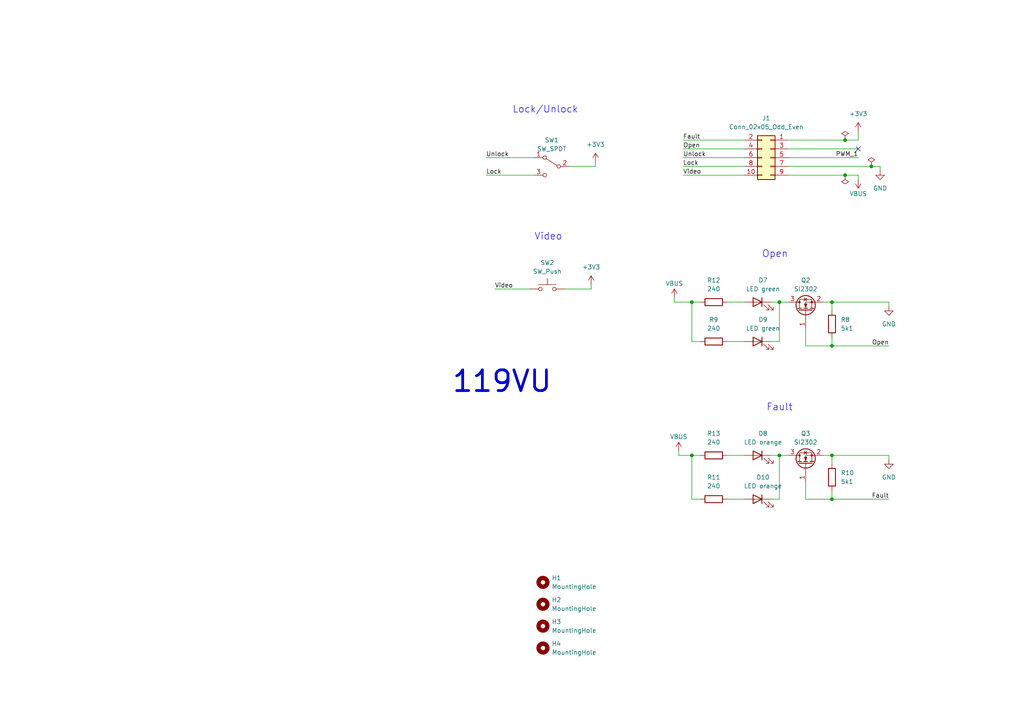
<source format=kicad_sch>
(kicad_sch (version 20231120) (generator "eeschema") (generator_version "8.0")
  (paper "A4")
  (lib_symbols
    (symbol "Connector_Generic:Conn_02x05_Odd_Even" (pin_names (offset 1.016) hide)
      (property "Reference" "J" (at 1.27 7.62 0))
      (property "Value" "Conn_02x05_Odd_Even" (at 1.27 -7.62 0))
      (symbol "Conn_02x05_Odd_Even_1_1"
        (rectangle (start -1.27 -4.953) (end 0 -5.207) (stroke (width 0.1524)))
        (rectangle (start -1.27 -2.413) (end 0 -2.667) (stroke (width 0.1524)))
        (rectangle (start -1.27 0.127) (end 0 -0.127) (stroke (width 0.1524)))
        (rectangle (start -1.27 2.667) (end 0 2.413) (stroke (width 0.1524)))
        (rectangle (start -1.27 5.207) (end 0 4.953) (stroke (width 0.1524)))
        (rectangle (start -1.27 6.35) (end 3.81 -6.35) (stroke (width 0.254)) (fill (type background)))
        (rectangle (start 3.81 -4.953) (end 2.54 -5.207) (stroke (width 0.1524)))
        (rectangle (start 3.81 -2.413) (end 2.54 -2.667) (stroke (width 0.1524)))
        (rectangle (start 3.81 0.127) (end 2.54 -0.127) (stroke (width 0.1524)))
        (rectangle (start 3.81 2.667) (end 2.54 2.413) (stroke (width 0.1524)))
        (rectangle (start 3.81 5.207) (end 2.54 4.953) (stroke (width 0.1524)))
        (pin passive line (at -5.08 5.08 0) (length 3.81) (name "Pin_1") (number "1"))
        (pin passive line (at 7.62 -5.08 180) (length 3.81) (name "Pin_10") (number "10"))
        (pin passive line (at 7.62 5.08 180) (length 3.81) (name "Pin_2") (number "2"))
        (pin passive line (at -5.08 2.54 0) (length 3.81) (name "Pin_3") (number "3"))
        (pin passive line (at 7.62 2.54 180) (length 3.81) (name "Pin_4") (number "4"))
        (pin passive line (at -5.08 0 0) (length 3.81) (name "Pin_5") (number "5"))
        (pin passive line (at 7.62 0 180) (length 3.81) (name "Pin_6") (number "6"))
        (pin passive line (at -5.08 -2.54 0) (length 3.81) (name "Pin_7") (number "7"))
        (pin passive line (at 7.62 -2.54 180) (length 3.81) (name "Pin_8") (number "8"))
        (pin passive line (at -5.08 -5.08 0) (length 3.81) (name "Pin_9") (number "9"))
      )
    )
    (symbol "Device:LED" (pin_numbers hide) (pin_names (offset 1.016) hide)
      (property "Reference" "D" (at 0 2.54 0))
      (property "Value" "LED" (at 0 -2.54 0))
      (symbol "LED_0_1"
        (polyline (pts (xy -1.27 -1.27) (xy -1.27 1.27)) (stroke (width 0.254)))
        (polyline (pts (xy -1.27 0) (xy 1.27 0)))
        (polyline (pts (xy 1.27 -1.27) (xy 1.27 1.27) (xy -1.27 0) (xy 1.27 -1.27)) (stroke (width 0.254)))
        (polyline (pts (xy -3.048 -0.762) (xy -4.572 -2.286) (xy -3.81 -2.286) (xy -4.572 -2.286) (xy -4.572 -1.524)))
        (polyline (pts (xy -1.778 -0.762) (xy -3.302 -2.286) (xy -2.54 -2.286) (xy -3.302 -2.286) (xy -3.302 -1.524)))
      )
      (symbol "LED_1_1"
        (pin passive line (at -3.81 0 0) (length 2.54) (name "K") (number "1"))
        (pin passive line (at 3.81 0 180) (length 2.54) (name "A") (number "2"))
      )
    )
    (symbol "Device:R" (pin_numbers hide) (pin_names (offset 0))
      (property "Reference" "R" (at 2.032 0 90))
      (property "Value" "R" (at 0 0 90))
      (symbol "R_0_1"
        (rectangle (start -1.016 -2.54) (end 1.016 2.54) (stroke (width 0.254)))
      )
      (symbol "R_1_1"
        (pin passive line (at 0 3.81 270) (length 1.27) (name "~") (number "1"))
        (pin passive line (at 0 -3.81 90) (length 1.27) (name "~") (number "2"))
      )
    )
    (symbol "Mechanical:MountingHole" (pin_names (offset 1.016))
      (property "Reference" "H" (at 0 5.08 0))
      (property "Value" "MountingHole" (at 0 3.175 0))
      (symbol "MountingHole_0_1"
        (circle (center 0 0) (radius 1.27) (stroke (width 1.27)))
      )
    )
    (symbol "Switch:SW_Push" (pin_numbers hide) (pin_names (offset 1.016) hide)
      (property "Reference" "SW" (at 1.27 2.54 0))
      (property "Value" "SW_Push" (at 0 -1.524 0))
      (symbol "SW_Push_0_1"
        (circle (center -2.032 0) (radius 0.508))
        (polyline (pts (xy 0 1.27) (xy 0 3.048)))
        (polyline (pts (xy 2.54 1.27) (xy -2.54 1.27)))
        (circle (center 2.032 0) (radius 0.508))
        (pin passive line (at -5.08 0 0) (length 2.54) (name "1") (number "1"))
        (pin passive line (at 5.08 0 180) (length 2.54) (name "2") (number "2"))
      )
    )
    (symbol "Switch:SW_SPDT" (pin_names (offset 0) hide)
      (property "Reference" "SW" (at 0 4.318 0))
      (property "Value" "SW_SPDT" (at 0 -5.08 0))
      (symbol "SW_SPDT_0_0"
        (circle (center -2.032 0) (radius 0.508))
        (circle (center 2.032 -2.54) (radius 0.508))
      )
      (symbol "SW_SPDT_0_1"
        (polyline (pts (xy -1.524 0.254) (xy 1.651 2.286)))
        (circle (center 2.032 2.54) (radius 0.508))
      )
      (symbol "SW_SPDT_1_1"
        (pin passive line (at 5.08 2.54 180) (length 2.54) (name "A") (number "1"))
        (pin passive line (at -5.08 0 0) (length 2.54) (name "B") (number "2"))
        (pin passive line (at 5.08 -2.54 180) (length 2.54) (name "C") (number "3"))
      )
    )
    (symbol "Transistor_FET:2N7002K" (pin_names hide)
      (property "Reference" "Q" (at 5.08 1.905 0))
      (property "Value" "2N7002K" (at 5.08 0 0))
      (symbol "2N7002K_0_1"
        (polyline (pts (xy 0.254 0) (xy -2.54 0)))
        (polyline (pts (xy 0.254 1.905) (xy 0.254 -1.905)) (stroke (width 0.254)))
        (polyline (pts (xy 0.762 -1.27) (xy 0.762 -2.286)) (stroke (width 0.254)))
        (polyline (pts (xy 0.762 0.508) (xy 0.762 -0.508)) (stroke (width 0.254)))
        (polyline (pts (xy 0.762 2.286) (xy 0.762 1.27)) (stroke (width 0.254)))
        (polyline (pts (xy 2.54 2.54) (xy 2.54 1.778)))
        (polyline (pts (xy 2.54 -2.54) (xy 2.54 0) (xy 0.762 0)))
        (polyline (pts (xy 0.762 -1.778) (xy 3.302 -1.778) (xy 3.302 1.778) (xy 0.762 1.778)))
        (polyline (pts (xy 1.016 0) (xy 2.032 0.381) (xy 2.032 -0.381) (xy 1.016 0)) (fill (type outline)))
        (polyline (pts (xy 2.794 0.508) (xy 2.921 0.381) (xy 3.683 0.381) (xy 3.81 0.254)))
        (polyline (pts (xy 3.302 0.381) (xy 2.921 -0.254) (xy 3.683 -0.254) (xy 3.302 0.381)))
        (circle (center 1.651 0) (radius 2.794) (stroke (width 0.254)))
        (circle (center 2.54 -1.778) (radius 0.254) (fill (type outline)))
        (circle (center 2.54 1.778) (radius 0.254) (fill (type outline)))
      )
      (symbol "2N7002K_1_1"
        (pin input line (at -5.08 0 0) (length 2.54) (name "G") (number "1"))
        (pin passive line (at 2.54 -5.08 90) (length 2.54) (name "S") (number "2"))
        (pin passive line (at 2.54 5.08 270) (length 2.54) (name "D") (number "3"))
      )
    )
    (symbol "power:+3V3" (power) (pin_names (offset 0))
      (property "Value" "+3V3" (at 0 3.556 0))
      (symbol "+3V3_0_1"
        (polyline (pts (xy -0.762 1.27) (xy 0 2.54)))
        (polyline (pts (xy 0 0) (xy 0 2.54)))
        (polyline (pts (xy 0 2.54) (xy 0.762 1.27)))
      )
      (symbol "+3V3_1_1"
        (pin power_in line (at 0 0 90) (length 0) hide (name "+3V3") (number "1"))
      )
    )
    (symbol "power:GND" (power) (pin_names (offset 0))
      (property "Value" "GND" (at 0 -3.81 0))
      (symbol "GND_0_1"
        (polyline (pts (xy 0 0) (xy 0 -1.27) (xy 1.27 -1.27) (xy 0 -2.54) (xy -1.27 -1.27) (xy 0 -1.27)))
      )
      (symbol "GND_1_1"
        (pin power_in line (at 0 0 270) (length 0) hide (name "GND") (number "1"))
      )
    )
    (symbol "power:PWR_FLAG" (power) (pin_numbers hide) (pin_names (offset 0) hide)
      (property "Value" "PWR_FLAG" (at 0 3.81 0))
      (symbol "PWR_FLAG_0_0"
        (pin power_out line (at 0 0 90) (length 0) (name "pwr") (number "1"))
      )
      (symbol "PWR_FLAG_0_1"
        (polyline (pts (xy 0 0) (xy 0 1.27) (xy -1.016 1.905) (xy 0 2.54) (xy 1.016 1.905) (xy 0 1.27)))
      )
    )
    (symbol "power:VBUS" (power) (pin_names (offset 0))
      (property "Value" "VBUS" (at 0 3.81 0))
      (symbol "VBUS_0_1"
        (polyline (pts (xy -0.762 1.27) (xy 0 2.54)))
        (polyline (pts (xy 0 0) (xy 0 2.54)))
        (polyline (pts (xy 0 2.54) (xy 0.762 1.27)))
      )
      (symbol "VBUS_1_1"
        (pin power_in line (at 0 0 90) (length 0) hide (name "VBUS") (number "1"))
      )
    )
  )
  (junction (at 241.3 132.08))
  (junction (at 226.06 132.08))
  (junction (at 241.3 100.33))
  (junction (at 200.66 87.63))
  (junction (at 241.3 144.78))
  (junction (at 241.3 87.63))
  (junction (at 245.11 50.8))
  (junction (at 252.73 48.26))
  (junction (at 245.11 40.64))
  (junction (at 226.06 87.63))
  (junction (at 200.66 132.08))
  (no_connect (at 248.92 43.18))
  (wire (pts (xy 241.3 144.78) (xy 257.81 144.78)))
  (wire (pts (xy 257.81 133.35) (xy 257.81 132.08)))
  (wire (pts (xy 140.97 50.8) (xy 154.94 50.8)))
  (wire (pts (xy 196.85 132.08) (xy 200.66 132.08)))
  (wire (pts (xy 165.1 48.26) (xy 172.72 48.26)))
  (wire (pts (xy 241.3 87.63) (xy 241.3 90.17)))
  (wire (pts (xy 233.68 139.7) (xy 233.68 144.78)))
  (wire (pts (xy 210.82 132.08) (xy 215.9 132.08)))
  (wire (pts (xy 198.12 40.64) (xy 215.9 40.64)))
  (wire (pts (xy 233.68 95.25) (xy 233.68 100.33)))
  (wire (pts (xy 248.92 38.1) (xy 248.92 40.64)))
  (wire (pts (xy 241.3 100.33) (xy 257.81 100.33)))
  (wire (pts (xy 226.06 87.63) (xy 228.6 87.63)))
  (wire (pts (xy 198.12 50.8) (xy 215.9 50.8)))
  (wire (pts (xy 226.06 87.63) (xy 226.06 99.06)))
  (wire (pts (xy 140.97 45.72) (xy 154.94 45.72)))
  (wire (pts (xy 238.76 87.63) (xy 241.3 87.63)))
  (wire (pts (xy 210.82 87.63) (xy 215.9 87.63)))
  (wire (pts (xy 245.11 50.8) (xy 248.92 50.8)))
  (wire (pts (xy 210.82 99.06) (xy 215.9 99.06)))
  (wire (pts (xy 223.52 87.63) (xy 226.06 87.63)))
  (wire (pts (xy 228.6 48.26) (xy 252.73 48.26)))
  (wire (pts (xy 172.72 46.99) (xy 172.72 48.26)))
  (wire (pts (xy 226.06 132.08) (xy 228.6 132.08)))
  (wire (pts (xy 228.6 50.8) (xy 245.11 50.8)))
  (wire (pts (xy 255.27 48.26) (xy 255.27 49.53)))
  (wire (pts (xy 163.83 83.82) (xy 171.45 83.82)))
  (wire (pts (xy 200.66 132.08) (xy 203.2 132.08)))
  (wire (pts (xy 223.52 144.78) (xy 226.06 144.78)))
  (wire (pts (xy 200.66 87.63) (xy 203.2 87.63)))
  (wire (pts (xy 248.92 52.07) (xy 248.92 50.8)))
  (wire (pts (xy 238.76 132.08) (xy 241.3 132.08)))
  (wire (pts (xy 228.6 45.72) (xy 248.92 45.72)))
  (wire (pts (xy 257.81 87.63) (xy 241.3 87.63)))
  (wire (pts (xy 228.6 43.18) (xy 248.92 43.18)))
  (wire (pts (xy 198.12 48.26) (xy 215.9 48.26)))
  (wire (pts (xy 257.81 88.9) (xy 257.81 87.63)))
  (wire (pts (xy 226.06 144.78) (xy 226.06 132.08)))
  (wire (pts (xy 198.12 45.72) (xy 215.9 45.72)))
  (wire (pts (xy 223.52 99.06) (xy 226.06 99.06)))
  (wire (pts (xy 257.81 132.08) (xy 241.3 132.08)))
  (wire (pts (xy 228.6 40.64) (xy 245.11 40.64)))
  (wire (pts (xy 252.73 48.26) (xy 255.27 48.26)))
  (wire (pts (xy 245.11 40.64) (xy 248.92 40.64)))
  (wire (pts (xy 210.82 144.78) (xy 215.9 144.78)))
  (wire (pts (xy 233.68 100.33) (xy 241.3 100.33)))
  (wire (pts (xy 203.2 144.78) (xy 200.66 144.78)))
  (wire (pts (xy 196.85 132.08) (xy 196.85 130.81)))
  (wire (pts (xy 203.2 99.06) (xy 200.66 99.06)))
  (wire (pts (xy 171.45 82.55) (xy 171.45 83.82)))
  (wire (pts (xy 233.68 144.78) (xy 241.3 144.78)))
  (wire (pts (xy 241.3 142.24) (xy 241.3 144.78)))
  (wire (pts (xy 223.52 132.08) (xy 226.06 132.08)))
  (wire (pts (xy 195.58 87.63) (xy 200.66 87.63)))
  (wire (pts (xy 241.3 132.08) (xy 241.3 134.62)))
  (wire (pts (xy 143.51 83.82) (xy 153.67 83.82)))
  (wire (pts (xy 195.58 87.63) (xy 195.58 86.36)))
  (wire (pts (xy 200.66 144.78) (xy 200.66 132.08)))
  (wire (pts (xy 198.12 43.18) (xy 215.9 43.18)))
  (wire (pts (xy 200.66 99.06) (xy 200.66 87.63)))
  (wire (pts (xy 241.3 97.79) (xy 241.3 100.33)))
  (text "Video" (at 154.94 69.85 0) (effects (font (size 2 2)) (justify left bottom)))
  (text "Fault" (at 222.25 119.38 0) (effects (font (size 2 2)) (justify left bottom)))
  (text "119VU" (at 130.81 114.3 0) (effects (font (size 6 6) (thickness 0.8) (bold yes)) (justify left bottom)))
  (text "Lock/Unlock" (at 148.59 33.02 0) (effects (font (size 2 2)) (justify left bottom)))
  (text "Open" (at 220.98 74.93 0) (effects (font (size 2 2)) (justify left bottom)))
  (label "Video" (at 143.51 83.82 0))
  (label "Lock" (at 140.97 50.8 0))
  (label "Open" (at 198.12 43.18 0))
  (label "Fault" (at 198.12 40.64 0))
  (label "Open" (at 257.81 100.33 180))
  (label "PWM_1" (at 248.92 45.72 180))
  (label "Unlock" (at 198.12 45.72 0))
  (label "Lock" (at 198.12 48.26 0))
  (label "Fault" (at 257.81 144.78 180))
  (label "Video" (at 198.12 50.8 0))
  (label "Unlock" (at 140.97 45.72 0))
  (symbol (lib_id "power:VBUS") (at 196.85 130.81 0) (unit 1)
    (property "Reference" "#PWR05" (effects (hide yes)))
    (property "Value" "VBUS" (at 196.85 126.6769 0))
  )
  (symbol (lib_id "power:PWR_FLAG") (at 252.73 48.26 0) (unit 1)
    (property "Reference" "#FLG03" (effects (hide yes)))
    (property "Value" "PWR_FLAG" (effects (hide yes)))
  )
  (symbol (lib_id "Transistor_FET:2N7002K") (at 233.68 134.62 90) (unit 1)
    (property "Reference" "Q3" (at 233.68 125.73 90))
    (property "Value" "SI2302" (at 233.68 128.27 90))
    (property "Footprint" "Package_TO_SOT_SMD:SOT-23-3" (effects (hide yes)))
    (property "Datasheet" "https://www.lcsc.com/datasheet/lcsc_datasheet_2109011130_YONGYUTAI-SI2302_C2891732.pdf" (effects (hide yes)))
    (property "Manufracturer" "YONGYUTAI" (effects (hide yes)))
    (property "Manufracturer Part Number" "SI2302" (effects (hide yes)))
    (property "JLCPCB Part" "C2891732" (effects (hide yes)))
  )
  (symbol (lib_id "Mechanical:MountingHole") (at 157.48 181.61 0) (unit 1) (in_bom no)
    (property "Reference" "H3" (at 160.02 180.34 0) (effects (justify left)))
    (property "Value" "MountingHole" (at 160.02 182.88 0) (effects (justify left)))
    (property "Footprint" "MountingHole:MountingHole_2.2mm_M2" (effects (hide yes)))
  )
  (symbol (lib_id "Mechanical:MountingHole") (at 157.48 175.26 0) (unit 1) (in_bom no)
    (property "Reference" "H2" (at 160.02 173.99 0) (effects (justify left)))
    (property "Value" "MountingHole" (at 160.02 176.53 0) (effects (justify left)))
    (property "Footprint" "MountingHole:MountingHole_2.2mm_M2" (effects (hide yes)))
  )
  (symbol (lib_id "power:+3V3") (at 248.92 38.1 0) (unit 1)
    (property "Reference" "#PWR014" (effects (hide yes)))
    (property "Value" "+3V3" (at 248.92 33.02 0))
  )
  (symbol (lib_id "power:+3V3") (at 171.45 82.55 0) (unit 1)
    (property "Reference" "#PWR013" (effects (hide yes)))
    (property "Value" "+3V3" (at 171.45 77.47 0))
  )
  (symbol (lib_id "Mechanical:MountingHole") (at 157.48 187.96 0) (unit 1) (in_bom no)
    (property "Reference" "H4" (at 160.02 186.69 0) (effects (justify left)))
    (property "Value" "MountingHole" (at 160.02 189.23 0) (effects (justify left)))
    (property "Footprint" "MountingHole:MountingHole_2.2mm_M2" (effects (hide yes)))
  )
  (symbol (lib_id "Switch:SW_SPDT") (at 160.02 48.26 0) (mirror y) (unit 1)
    (property "Reference" "SW1" (at 160.02 40.64 0))
    (property "Value" "SW_SPDT" (at 160.02 43.18 0))
    (property "Footprint" "NiasStuff:SW_SPDT_YUEN-FUNG_ST-0-103-A01-T000-RS" (effects (hide yes)))
    (property "Datasheet" "https://datasheet.lcsc.com/lcsc/2307200931_YUEN-FUNG-ST-0-103-A01-T000-RS_C1788488.pdf" (effects (hide yes)))
    (property "JLCPCB Part" "C1788488" (effects (hide yes)))
    (property "Manufracturer" "YUEN FUNG" (effects (hide yes)))
    (property "Manufracturer Part Number" "ST-0-103-A01-T000-RS" (effects (hide yes)))
  )
  (symbol (lib_id "Device:R") (at 207.01 99.06 90) (unit 1)
    (property "Reference" "R9" (at 207.01 92.71 90))
    (property "Value" "240" (at 207.01 95.25 90))
    (property "Footprint" "Resistor_SMD:R_0805_2012Metric" (effects (hide yes)))
    (property "Datasheet" "https://www.lcsc.com/datasheet/lcsc_datasheet_2206010200_UNI-ROYAL-Uniroyal-Elec-0805W8F2400T5E_C17572.pdf" (effects (hide yes)))
    (property "JLCPCB Part" "C17572" (effects (hide yes)))
    (property "Manufracturer" "UNI-ROYAL(Uniroyal Elec)" (effects (hide yes)))
    (property "Manufracturer Part Number" "0805W8F2400T5E" (effects (hide yes)))
  )
  (symbol (lib_id "power:PWR_FLAG") (at 245.11 40.64 0) (unit 1)
    (property "Reference" "#FLG01" (effects (hide yes)))
    (property "Value" "PWR_FLAG" (effects (hide yes)))
  )
  (symbol (lib_id "Device:LED") (at 219.71 99.06 0) (mirror y) (unit 1)
    (property "Reference" "D9" (at 221.2975 92.71 0))
    (property "Value" "LED green" (at 221.2975 95.25 0))
    (property "Footprint" "LED_SMD:LED_0805_2012Metric" (effects (hide yes)))
    (property "Datasheet" "https://www.lcsc.com/datasheet/lcsc_datasheet_2402181505_XINGLIGHT-XL-2012SYGC_C965816.pdf" (effects (hide yes)))
    (property "JLCPCB Part" "C965816" (effects (hide yes)))
    (property "Manufracturer" "XINGLIGHT" (effects (hide yes)))
    (property "Manufracturer Part Number" "XL-2012SYGC" (effects (hide yes)))
  )
  (symbol (lib_id "Device:R") (at 207.01 87.63 90) (unit 1)
    (property "Reference" "R12" (at 207.01 81.28 90))
    (property "Value" "240" (at 207.01 83.82 90))
    (property "Footprint" "Resistor_SMD:R_0805_2012Metric" (effects (hide yes)))
    (property "Datasheet" "https://www.lcsc.com/datasheet/lcsc_datasheet_2206010200_UNI-ROYAL-Uniroyal-Elec-0805W8F2400T5E_C17572.pdf" (effects (hide yes)))
    (property "JLCPCB Part" "C17572" (effects (hide yes)))
    (property "Manufracturer" "UNI-ROYAL(Uniroyal Elec)" (effects (hide yes)))
    (property "Manufracturer Part Number" "0805W8F2400T5E" (effects (hide yes)))
  )
  (symbol (lib_id "Connector_Generic:Conn_02x05_Odd_Even") (at 223.52 45.72 0) (mirror y) (unit 1)
    (property "Reference" "J1" (at 222.25 34.29 0))
    (property "Value" "Conn_02x05_Odd_Even" (at 222.25 36.83 0))
    (property "Footprint" "Connector_IDC:IDC-Header_2x05_P2.54mm_Vertical" (effects (hide yes)))
    (property "Datasheet" "https://www.lcsc.com/datasheet/lcsc_datasheet_1810281612_BOOMELE-Boom-Precision-Elec-2-54-2-5P_C5665.pdf" (effects (hide yes)))
    (property "JLCPCB Part" "C5665" (effects (hide yes)))
    (property "Manufracturer" "BOOMELE(Boom Precision Elec)" (effects (hide yes)))
    (property "Manufracturer Part Number" "2.54-2*5P" (effects (hide yes)))
  )
  (symbol (lib_id "power:PWR_FLAG") (at 245.11 50.8 180) (unit 1)
    (property "Reference" "#FLG02" (effects (hide yes)))
    (property "Value" "PWR_FLAG" (effects (hide yes)))
  )
  (symbol (lib_id "Device:R") (at 241.3 93.98 180) (unit 1)
    (property "Reference" "R8" (at 243.84 92.71 0) (effects (justify right)))
    (property "Value" "5k1" (at 243.84 95.25 0) (effects (justify right)))
    (property "Footprint" "Resistor_SMD:R_0603_1608Metric" (effects (hide yes)))
    (property "Datasheet" "https://www.lcsc.com/datasheet/lcsc_datasheet_2206010116_UNI-ROYAL-Uniroyal-Elec-0603WAF5101T5E_C23186.pdf" (effects (hide yes)))
    (property "JLCPCB Part" "C23186" (effects (hide yes)))
    (property "Manufracturer" "UNI-ROYAL(Uniroyal Elec)" (effects (hide yes)))
    (property "Manufracturer Part Number" "0603WAF5101T5E" (effects (hide yes)))
  )
  (symbol (lib_id "power:GND") (at 257.81 133.35 0) (unit 1)
    (property "Reference" "#PWR06" (effects (hide yes)))
    (property "Value" "GND" (at 257.81 138.43 0))
  )
  (symbol (lib_id "Device:LED") (at 219.71 144.78 0) (mirror y) (unit 1)
    (property "Reference" "D10" (at 221.2975 138.43 0))
    (property "Value" "LED orange" (at 221.2975 140.97 0))
    (property "Footprint" "LED_SMD:LED_0603_1608Metric" (effects (hide yes)))
    (property "Datasheet" "https://datasheet.lcsc.com/lcsc/1810201530_BrtLed-Bright-LED-Elec-BL-HKC36G-AV-TRB_C165981.pdf" (effects (hide yes)))
    (property "JLCPCB Part" "C165981" (effects (hide yes)))
    (property "Manufracturer" "BrtLed(Bright LED Elec)" (effects (hide yes)))
    (property "Manufracturer Part Number" "BL-HKC36G-AV-TRB" (effects (hide yes)))
  )
  (symbol (lib_id "power:GND") (at 255.27 49.53 0) (unit 1)
    (property "Reference" "#PWR016" (effects (hide yes)))
    (property "Value" "GND" (at 255.27 54.61 0))
  )
  (symbol (lib_id "power:GND") (at 257.81 88.9 0) (unit 1)
    (property "Reference" "#PWR03" (effects (hide yes)))
    (property "Value" "GND" (at 257.81 93.98 0))
  )
  (symbol (lib_id "Device:R") (at 241.3 138.43 180) (unit 1)
    (property "Reference" "R10" (at 243.84 137.16 0) (effects (justify right)))
    (property "Value" "5k1" (at 243.84 139.7 0) (effects (justify right)))
    (property "Footprint" "Resistor_SMD:R_0603_1608Metric" (effects (hide yes)))
    (property "Datasheet" "https://www.lcsc.com/datasheet/lcsc_datasheet_2206010116_UNI-ROYAL-Uniroyal-Elec-0603WAF5101T5E_C23186.pdf" (effects (hide yes)))
    (property "JLCPCB Part" "C23186" (effects (hide yes)))
    (property "Manufracturer" "UNI-ROYAL(Uniroyal Elec)" (effects (hide yes)))
    (property "Manufracturer Part Number" "0603WAF5101T5E" (effects (hide yes)))
  )
  (symbol (lib_id "Switch:SW_Push") (at 158.75 83.82 0) (unit 1)
    (property "Reference" "SW2" (at 158.75 76.2 0))
    (property "Value" "SW_Push" (at 158.75 78.74 0))
    (property "Footprint" "Button_Switch_SMD:SW_Push_1TS009xxxx-xxxx-xxxx_6x6x5mm" (effects (hide yes)))
    (property "Datasheet" "https://www.lcsc.com/datasheet/lcsc_datasheet_1811151231_HYP--Hongyuan-Precision-1TS009A-1800-5000-CT_C319409.pdf" (effects (hide yes)))
    (property "JLCPCB Part" "C319409" (effects (hide yes)))
    (property "Manufracturer" "HYP (Hongyuan Precision)" (effects (hide yes)))
    (property "Manufracturer Part Number" "1TS009A-1800-5000-CT" (effects (hide yes)))
  )
  (symbol (lib_id "Transistor_FET:2N7002K") (at 233.68 90.17 90) (unit 1)
    (property "Reference" "Q2" (at 233.68 81.28 90))
    (property "Value" "SI2302" (at 233.68 83.82 90))
    (property "Footprint" "Package_TO_SOT_SMD:SOT-23-3" (effects (hide yes)))
    (property "Datasheet" "https://www.lcsc.com/datasheet/lcsc_datasheet_2109011130_YONGYUTAI-SI2302_C2891732.pdf" (effects (hide yes)))
    (property "Manufracturer" "YONGYUTAI" (effects (hide yes)))
    (property "Manufracturer Part Number" "SI2302" (effects (hide yes)))
    (property "JLCPCB Part" "C2891732" (effects (hide yes)))
  )
  (symbol (lib_id "Mechanical:MountingHole") (at 157.48 168.91 0) (unit 1) (in_bom no)
    (property "Reference" "H1" (at 160.02 167.64 0) (effects (justify left)))
    (property "Value" "MountingHole" (at 160.02 170.18 0) (effects (justify left)))
    (property "Footprint" "MountingHole:MountingHole_2.2mm_M2" (effects (hide yes)))
  )
  (symbol (lib_id "power:+3V3") (at 172.72 46.99 0) (unit 1)
    (property "Reference" "#PWR019" (effects (hide yes)))
    (property "Value" "+3V3" (at 172.72 41.91 0))
  )
  (symbol (lib_id "Device:LED") (at 219.71 132.08 0) (mirror y) (unit 1)
    (property "Reference" "D8" (at 221.2975 125.73 0))
    (property "Value" "LED orange" (at 221.2975 128.27 0))
    (property "Footprint" "LED_SMD:LED_0603_1608Metric" (effects (hide yes)))
    (property "Datasheet" "https://datasheet.lcsc.com/lcsc/1810201530_BrtLed-Bright-LED-Elec-BL-HKC36G-AV-TRB_C165981.pdf" (effects (hide yes)))
    (property "JLCPCB Part" "C165981" (effects (hide yes)))
    (property "Manufracturer" "BrtLed(Bright LED Elec)" (effects (hide yes)))
    (property "Manufracturer Part Number" "BL-HKC36G-AV-TRB" (effects (hide yes)))
  )
  (symbol (lib_id "power:VBUS") (at 248.92 52.07 180) (unit 1)
    (property "Reference" "#PWR015" (effects (hide yes)))
    (property "Value" "VBUS" (at 248.92 56.2031 0))
  )
  (symbol (lib_id "Device:R") (at 207.01 132.08 90) (unit 1)
    (property "Reference" "R13" (at 207.01 125.73 90))
    (property "Value" "240" (at 207.01 128.27 90))
    (property "Footprint" "Resistor_SMD:R_0805_2012Metric" (effects (hide yes)))
    (property "Datasheet" "https://www.lcsc.com/datasheet/lcsc_datasheet_2206010200_UNI-ROYAL-Uniroyal-Elec-0805W8F2400T5E_C17572.pdf" (effects (hide yes)))
    (property "JLCPCB Part" "C17572" (effects (hide yes)))
    (property "Manufracturer" "UNI-ROYAL(Uniroyal Elec)" (effects (hide yes)))
    (property "Manufracturer Part Number" "0805W8F2400T5E" (effects (hide yes)))
  )
  (symbol (lib_id "Device:R") (at 207.01 144.78 90) (unit 1)
    (property "Reference" "R11" (at 207.01 138.43 90))
    (property "Value" "240" (at 207.01 140.97 90))
    (property "Footprint" "Resistor_SMD:R_0805_2012Metric" (effects (hide yes)))
    (property "Datasheet" "https://www.lcsc.com/datasheet/lcsc_datasheet_2206010200_UNI-ROYAL-Uniroyal-Elec-0805W8F2400T5E_C17572.pdf" (effects (hide yes)))
    (property "JLCPCB Part" "C17572" (effects (hide yes)))
    (property "Manufracturer" "UNI-ROYAL(Uniroyal Elec)" (effects (hide yes)))
    (property "Manufracturer Part Number" "0805W8F2400T5E" (effects (hide yes)))
  )
  (symbol (lib_id "power:VBUS") (at 195.58 86.36 0) (unit 1)
    (property "Reference" "#PWR04" (effects (hide yes)))
    (property "Value" "VBUS" (at 195.58 82.2269 0))
  )
  (symbol (lib_id "Device:LED") (at 219.71 87.63 0) (mirror y) (unit 1)
    (property "Reference" "D7" (at 221.2975 81.28 0))
    (property "Value" "LED green" (at 221.2975 83.82 0))
    (property "Footprint" "LED_SMD:LED_0805_2012Metric" (effects (hide yes)))
    (property "Datasheet" "https://www.lcsc.com/datasheet/lcsc_datasheet_2402181505_XINGLIGHT-XL-2012SYGC_C965816.pdf" (effects (hide yes)))
    (property "JLCPCB Part" "C965816" (effects (hide yes)))
    (property "Manufracturer" "XINGLIGHT" (effects (hide yes)))
    (property "Manufracturer Part Number" "XL-2012SYGC" (effects (hide yes)))
  )
)
</source>
